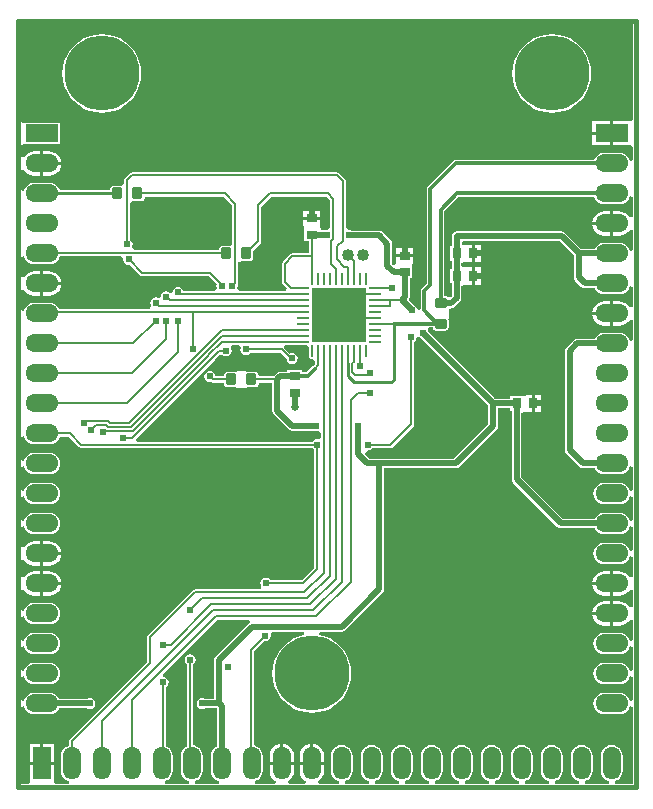
<source format=gtl>
G04 Layer_Physical_Order=1*
G04 Layer_Color=255*
%FSLAX25Y25*%
%MOIN*%
G70*
G01*
G75*
G04:AMPARAMS|DCode=10|XSize=39.37mil|YSize=35.43mil|CornerRadius=4.43mil|HoleSize=0mil|Usage=FLASHONLY|Rotation=180.000|XOffset=0mil|YOffset=0mil|HoleType=Round|Shape=RoundedRectangle|*
%AMROUNDEDRECTD10*
21,1,0.03937,0.02658,0,0,180.0*
21,1,0.03051,0.03543,0,0,180.0*
1,1,0.00886,-0.01526,0.01329*
1,1,0.00886,0.01526,0.01329*
1,1,0.00886,0.01526,-0.01329*
1,1,0.00886,-0.01526,-0.01329*
%
%ADD10ROUNDEDRECTD10*%
%ADD11R,0.02953X0.03740*%
%ADD12R,0.03740X0.02953*%
G04:AMPARAMS|DCode=13|XSize=39.37mil|YSize=35.43mil|CornerRadius=4.43mil|HoleSize=0mil|Usage=FLASHONLY|Rotation=270.000|XOffset=0mil|YOffset=0mil|HoleType=Round|Shape=RoundedRectangle|*
%AMROUNDEDRECTD13*
21,1,0.03937,0.02658,0,0,270.0*
21,1,0.03051,0.03543,0,0,270.0*
1,1,0.00886,-0.01329,-0.01526*
1,1,0.00886,-0.01329,0.01526*
1,1,0.00886,0.01329,0.01526*
1,1,0.00886,0.01329,-0.01526*
%
%ADD13ROUNDEDRECTD13*%
%ADD14O,0.04331X0.00984*%
%ADD15O,0.00984X0.04331*%
%ADD16R,0.18189X0.18189*%
%ADD17C,0.00800*%
%ADD18C,0.02000*%
%ADD19C,0.01200*%
%ADD20C,0.01000*%
%ADD21C,0.01500*%
%ADD22C,0.25000*%
%ADD23O,0.11000X0.06000*%
%ADD24R,0.11000X0.06000*%
%ADD25O,0.06000X0.11000*%
%ADD26R,0.06000X0.11000*%
%ADD27C,0.02400*%
%ADD28C,0.02600*%
%ADD29C,0.01969*%
%ADD30C,0.04000*%
G36*
X285369Y277324D02*
Y270000D01*
X285493Y269376D01*
X285846Y268847D01*
X287846Y266846D01*
X288376Y266493D01*
X289000Y266369D01*
X292279D01*
X292355Y266184D01*
X292933Y265433D01*
X293685Y264855D01*
X294560Y264493D01*
X295500Y264369D01*
X300500D01*
X301440Y264493D01*
X302315Y264855D01*
X303067Y265433D01*
X303645Y266184D01*
X304007Y267060D01*
X304980Y266898D01*
Y260249D01*
X304038Y260028D01*
X303980Y260035D01*
X303353Y260853D01*
X302517Y261494D01*
X301544Y261897D01*
X300500Y262035D01*
X298500D01*
Y258000D01*
Y253965D01*
X300500D01*
X301544Y254103D01*
X302517Y254506D01*
X303353Y255147D01*
X303980Y255965D01*
X304038Y255973D01*
X304980Y255751D01*
Y249102D01*
X304007Y248940D01*
X303645Y249816D01*
X303067Y250568D01*
X302315Y251145D01*
X301440Y251507D01*
X300500Y251631D01*
X295500D01*
X294560Y251507D01*
X293685Y251145D01*
X292933Y250568D01*
X292355Y249816D01*
X292279Y249631D01*
X286500D01*
X285876Y249507D01*
X285347Y249153D01*
X282846Y246654D01*
X282493Y246124D01*
X282369Y245500D01*
Y212500D01*
X282493Y211876D01*
X282846Y211347D01*
X287347Y206846D01*
X287876Y206493D01*
X288500Y206369D01*
X292279D01*
X292355Y206185D01*
X292933Y205433D01*
X293685Y204855D01*
X294560Y204493D01*
X295500Y204369D01*
X300500D01*
X301440Y204493D01*
X302315Y204855D01*
X303067Y205433D01*
X303645Y206185D01*
X304007Y207060D01*
X304980Y206898D01*
Y199102D01*
X304007Y198940D01*
X303645Y199815D01*
X303067Y200568D01*
X302315Y201145D01*
X301440Y201507D01*
X300500Y201631D01*
X295500D01*
X294560Y201507D01*
X293685Y201145D01*
X292933Y200568D01*
X292355Y199815D01*
X291993Y198940D01*
X291869Y198000D01*
X291993Y197060D01*
X292355Y196185D01*
X292933Y195432D01*
X293685Y194855D01*
X294560Y194493D01*
X295500Y194369D01*
X300500D01*
X301440Y194493D01*
X302315Y194855D01*
X303067Y195432D01*
X303645Y196185D01*
X304007Y197060D01*
X304980Y196898D01*
Y189102D01*
X304007Y188940D01*
X303645Y189815D01*
X303067Y190568D01*
X302315Y191145D01*
X301440Y191507D01*
X300500Y191631D01*
X295500D01*
X294560Y191507D01*
X293685Y191145D01*
X292933Y190568D01*
X292355Y189815D01*
X292279Y189631D01*
X281676D01*
X267875Y203432D01*
Y224697D01*
X267896Y224736D01*
X268313Y225049D01*
X269280Y225130D01*
Y225130D01*
X271256D01*
Y228000D01*
Y230870D01*
X269280D01*
Y230569D01*
X268320Y230470D01*
X268280Y230470D01*
X264168D01*
Y229631D01*
X259176D01*
X236718Y252089D01*
X236696Y252202D01*
X236609Y252332D01*
X237144Y253332D01*
X238411D01*
Y253325D01*
X238492Y252918D01*
X238722Y252573D01*
X239068Y252342D01*
X239474Y252261D01*
X242526D01*
X242933Y252342D01*
X243278Y252573D01*
X243508Y252918D01*
X243589Y253325D01*
Y255982D01*
X243543Y256212D01*
X243756Y256425D01*
Y259575D01*
X244671Y259780D01*
X244971Y259839D01*
X245500Y260193D01*
X247398Y262090D01*
X247751Y262620D01*
X247875Y263244D01*
Y267197D01*
X247896Y267236D01*
X248313Y267549D01*
X249279Y267630D01*
Y267630D01*
X251256D01*
Y270500D01*
Y273370D01*
X249279D01*
Y273370D01*
X248313Y273451D01*
X247896Y273764D01*
X247875Y273803D01*
Y274697D01*
X247896Y274736D01*
X248313Y275049D01*
X249279Y275130D01*
Y275130D01*
X251256D01*
Y278000D01*
Y280870D01*
X249279D01*
Y280870D01*
X248313Y280951D01*
X248097Y281113D01*
X248281Y281991D01*
X248345Y282113D01*
X280580D01*
X285369Y277324D01*
D02*
G37*
G36*
X192940Y247621D02*
X193366Y247536D01*
X196128D01*
X196813Y247274D01*
X197075Y246589D01*
Y243827D01*
X197160Y243401D01*
X197402Y243039D01*
X197763Y242798D01*
X198189Y242713D01*
X199052Y242097D01*
X199138Y241960D01*
Y241080D01*
X198727Y240669D01*
X198532Y240630D01*
X198135Y240365D01*
X196096Y238326D01*
X194698D01*
Y239179D01*
X189758D01*
Y238631D01*
X187500D01*
X186876Y238507D01*
X186346Y238154D01*
X185346Y237154D01*
X185257Y237020D01*
X180238D01*
Y237526D01*
X180158Y237932D01*
X179927Y238278D01*
X179582Y238508D01*
X179175Y238589D01*
X176518D01*
X176288Y238543D01*
X176075Y238756D01*
X172925D01*
X172712Y238543D01*
X172482Y238589D01*
X169825D01*
X169418Y238508D01*
X169073Y238278D01*
X168842Y237932D01*
X168762Y237526D01*
Y237020D01*
X165831D01*
X165696Y237702D01*
X165298Y238298D01*
X164702Y238696D01*
X164000Y238835D01*
X163298Y238696D01*
X162702Y238298D01*
X162304Y237702D01*
X162165Y237000D01*
X162304Y236298D01*
X162702Y235702D01*
X163298Y235304D01*
X164000Y235165D01*
X164347Y235234D01*
X164610Y235058D01*
X165000Y234980D01*
X168762D01*
Y234474D01*
X168842Y234068D01*
X169073Y233722D01*
X169418Y233492D01*
X169825Y233411D01*
X172482D01*
X172712Y233457D01*
X172925Y233244D01*
X176075D01*
X176288Y233457D01*
X176518Y233411D01*
X179175D01*
X179582Y233492D01*
X179927Y233722D01*
X180158Y234068D01*
X180238Y234474D01*
Y234980D01*
X184869D01*
Y225500D01*
X184993Y224876D01*
X185346Y224346D01*
X190347Y219346D01*
X190876Y218993D01*
X191500Y218869D01*
X198702D01*
X198798Y218804D01*
X199500Y218665D01*
X200106Y218785D01*
X200275Y218757D01*
X201106Y218206D01*
Y216728D01*
X200907Y216520D01*
X200106Y216054D01*
X199700Y216135D01*
X198998Y215996D01*
X198402Y215598D01*
X198216Y215320D01*
X139727D01*
X139312Y216320D01*
X165621Y242628D01*
X165842Y242959D01*
X165842Y242961D01*
X167122Y244241D01*
X168202Y244202D01*
X168798Y243804D01*
X169500Y243665D01*
X170202Y243804D01*
X170798Y244202D01*
X171196Y244798D01*
X171335Y245500D01*
X171196Y246202D01*
X170910Y246630D01*
X171099Y247250D01*
X171352Y247630D01*
X173722D01*
X174284Y246735D01*
X174290Y246630D01*
X174165Y246000D01*
X174304Y245298D01*
X174702Y244702D01*
X175298Y244304D01*
X176000Y244165D01*
X176702Y244304D01*
X177298Y244702D01*
X177484Y244980D01*
X187483D01*
X189715Y242749D01*
X189804Y242298D01*
X190202Y241702D01*
X190798Y241304D01*
X191500Y241165D01*
X192202Y241304D01*
X192798Y241702D01*
X193196Y242298D01*
X193335Y243000D01*
X193196Y243702D01*
X192798Y244298D01*
X192202Y244696D01*
X191500Y244835D01*
X190798Y244696D01*
X190710Y244637D01*
X188717Y246630D01*
X188766Y247010D01*
X189066Y247630D01*
X192926D01*
X192940Y247621D01*
D02*
G37*
G36*
X204180Y295878D02*
Y286487D01*
X203180Y285799D01*
X203000Y285835D01*
X202979Y285831D01*
X202756Y285875D01*
X201303D01*
X201264Y285896D01*
X200951Y286313D01*
X200870Y287280D01*
X200870D01*
Y289256D01*
X198000D01*
X195130D01*
Y287280D01*
X195431D01*
X195530Y286320D01*
X195530Y286280D01*
Y282168D01*
X197169D01*
Y278020D01*
X191500D01*
X191110Y277942D01*
X190779Y277721D01*
X188279Y275221D01*
X188058Y274890D01*
X187980Y274500D01*
Y268500D01*
X188058Y268110D01*
X188279Y267779D01*
X189641Y266417D01*
X189227Y265417D01*
X173810D01*
X173294Y266157D01*
X173219Y266417D01*
X173335Y267000D01*
X173266Y267347D01*
X173442Y267610D01*
X173520Y268000D01*
Y275244D01*
X174228D01*
X174441Y275457D01*
X174671Y275411D01*
X177329D01*
X177736Y275492D01*
X178081Y275723D01*
X178311Y276067D01*
X178392Y276474D01*
Y278950D01*
X180721Y281279D01*
X180942Y281610D01*
X181020Y282000D01*
Y293578D01*
X184422Y296980D01*
X203078D01*
X204180Y295878D01*
D02*
G37*
G36*
X135201Y276180D02*
X135165Y276000D01*
X135304Y275298D01*
X135702Y274702D01*
X136298Y274304D01*
X137000Y274165D01*
X137328Y274230D01*
X140779Y270779D01*
X141110Y270558D01*
X141500Y270480D01*
X163578D01*
X166325Y267733D01*
X166304Y267702D01*
X166165Y267000D01*
X166281Y266417D01*
X166206Y266157D01*
X165690Y265417D01*
X155252D01*
X155196Y265702D01*
X154798Y266298D01*
X154202Y266696D01*
X153500Y266835D01*
X152798Y266696D01*
X152202Y266298D01*
X151804Y265702D01*
X151711Y265231D01*
X151059Y264922D01*
X151027Y264912D01*
X150696Y264866D01*
X150202Y265196D01*
X149500Y265335D01*
X148798Y265196D01*
X148202Y264798D01*
X147804Y264202D01*
X147710Y263725D01*
X147066Y263308D01*
X146706Y263193D01*
X146702Y263196D01*
X146000Y263335D01*
X145298Y263196D01*
X144702Y262798D01*
X144304Y262202D01*
X144165Y261500D01*
X144304Y260798D01*
X144495Y260512D01*
X144089Y259551D01*
X144053Y259512D01*
X113770D01*
X113645Y259816D01*
X113068Y260567D01*
X112315Y261145D01*
X111440Y261507D01*
X110500Y261631D01*
X105500D01*
X104560Y261507D01*
X103684Y261145D01*
X102932Y260567D01*
X102355Y259816D01*
X101993Y258940D01*
X101020Y259102D01*
Y265751D01*
X101962Y265972D01*
X102020Y265965D01*
X102647Y265147D01*
X103483Y264506D01*
X104456Y264103D01*
X105500Y263966D01*
X107500D01*
Y268000D01*
Y272035D01*
X105500D01*
X104456Y271897D01*
X103483Y271494D01*
X102647Y270853D01*
X102020Y270035D01*
X101962Y270027D01*
X101020Y270249D01*
Y276898D01*
X101993Y277060D01*
X102355Y276185D01*
X102932Y275432D01*
X103684Y274855D01*
X104560Y274493D01*
X105500Y274369D01*
X110500D01*
X111440Y274493D01*
X112315Y274855D01*
X113068Y275432D01*
X113645Y276185D01*
X114007Y277060D01*
X114023Y277180D01*
X134513D01*
X135201Y276180D01*
D02*
G37*
G36*
X264168Y225530D02*
X264613D01*
Y202756D01*
X264737Y202132D01*
X265090Y201602D01*
X279847Y186846D01*
X280376Y186493D01*
X281000Y186369D01*
X292279D01*
X292355Y186185D01*
X292933Y185432D01*
X293685Y184855D01*
X294560Y184493D01*
X295500Y184369D01*
X300500D01*
X301440Y184493D01*
X302315Y184855D01*
X303067Y185432D01*
X303645Y186185D01*
X304007Y187060D01*
X304980Y186898D01*
Y179102D01*
X304007Y178940D01*
X303645Y179815D01*
X303067Y180568D01*
X302315Y181145D01*
X301440Y181507D01*
X300500Y181631D01*
X295500D01*
X294560Y181507D01*
X293685Y181145D01*
X292933Y180568D01*
X292355Y179815D01*
X291993Y178940D01*
X291869Y178000D01*
X291993Y177060D01*
X292355Y176184D01*
X292933Y175432D01*
X293685Y174855D01*
X294560Y174493D01*
X295500Y174369D01*
X300500D01*
X301440Y174493D01*
X302315Y174855D01*
X303067Y175432D01*
X303645Y176184D01*
X304007Y177060D01*
X304980Y176898D01*
Y170249D01*
X304038Y170027D01*
X303980Y170035D01*
X303353Y170853D01*
X302517Y171494D01*
X301544Y171897D01*
X300500Y172035D01*
X298500D01*
Y168000D01*
Y163965D01*
X300500D01*
X301544Y164103D01*
X302517Y164506D01*
X303353Y165147D01*
X303980Y165965D01*
X304038Y165972D01*
X304980Y165751D01*
Y160249D01*
X304038Y160028D01*
X303980Y160035D01*
X303353Y160853D01*
X302517Y161494D01*
X301544Y161897D01*
X300500Y162034D01*
X298500D01*
Y158000D01*
Y153965D01*
X300500D01*
X301544Y154103D01*
X302517Y154506D01*
X303353Y155147D01*
X303980Y155965D01*
X304038Y155973D01*
X304980Y155751D01*
Y149102D01*
X304007Y148940D01*
X303645Y149815D01*
X303067Y150568D01*
X302315Y151145D01*
X301440Y151507D01*
X300500Y151631D01*
X295500D01*
X294560Y151507D01*
X293685Y151145D01*
X292933Y150568D01*
X292355Y149815D01*
X291993Y148940D01*
X291869Y148000D01*
X291993Y147060D01*
X292355Y146185D01*
X292933Y145432D01*
X293685Y144855D01*
X294560Y144493D01*
X295500Y144369D01*
X300500D01*
X301440Y144493D01*
X302315Y144855D01*
X303067Y145432D01*
X303645Y146185D01*
X304007Y147060D01*
X304980Y146898D01*
Y139102D01*
X304007Y138940D01*
X303645Y139815D01*
X303067Y140568D01*
X302315Y141145D01*
X301440Y141507D01*
X300500Y141631D01*
X295500D01*
X294560Y141507D01*
X293685Y141145D01*
X292933Y140568D01*
X292355Y139815D01*
X291993Y138940D01*
X291869Y138000D01*
X291993Y137060D01*
X292355Y136185D01*
X292933Y135432D01*
X293685Y134855D01*
X294560Y134493D01*
X295500Y134369D01*
X300500D01*
X301440Y134493D01*
X302315Y134855D01*
X303067Y135432D01*
X303645Y136185D01*
X304007Y137060D01*
X304980Y136898D01*
Y129102D01*
X304007Y128940D01*
X303645Y129815D01*
X303067Y130568D01*
X302315Y131145D01*
X301440Y131507D01*
X300500Y131631D01*
X295500D01*
X294560Y131507D01*
X293685Y131145D01*
X292933Y130568D01*
X292355Y129815D01*
X291993Y128940D01*
X291869Y128000D01*
X291993Y127060D01*
X292355Y126184D01*
X292933Y125432D01*
X293685Y124855D01*
X294560Y124493D01*
X295500Y124369D01*
X300500D01*
X301440Y124493D01*
X302315Y124855D01*
X303067Y125432D01*
X303645Y126184D01*
X304007Y127060D01*
X304980Y126898D01*
Y101020D01*
X299102D01*
X298940Y101993D01*
X299816Y102355D01*
X300568Y102932D01*
X301145Y103684D01*
X301507Y104560D01*
X301631Y105500D01*
Y110500D01*
X301507Y111440D01*
X301145Y112315D01*
X300568Y113068D01*
X299816Y113645D01*
X298940Y114007D01*
X298000Y114131D01*
X297060Y114007D01*
X296184Y113645D01*
X295432Y113068D01*
X294855Y112315D01*
X294493Y111440D01*
X294369Y110500D01*
Y105500D01*
X294493Y104560D01*
X294855Y103684D01*
X295432Y102932D01*
X296184Y102355D01*
X297060Y101993D01*
X296898Y101020D01*
X289102D01*
X288940Y101993D01*
X289815Y102355D01*
X290567Y102932D01*
X291145Y103684D01*
X291507Y104560D01*
X291631Y105500D01*
Y110500D01*
X291507Y111440D01*
X291145Y112315D01*
X290567Y113068D01*
X289815Y113645D01*
X288940Y114007D01*
X288000Y114131D01*
X287060Y114007D01*
X286185Y113645D01*
X285433Y113068D01*
X284855Y112315D01*
X284493Y111440D01*
X284369Y110500D01*
Y105500D01*
X284493Y104560D01*
X284855Y103684D01*
X285433Y102932D01*
X286185Y102355D01*
X287060Y101993D01*
X286898Y101020D01*
X279102D01*
X278940Y101993D01*
X279816Y102355D01*
X280568Y102932D01*
X281145Y103684D01*
X281507Y104560D01*
X281631Y105500D01*
Y110500D01*
X281507Y111440D01*
X281145Y112315D01*
X280568Y113068D01*
X279816Y113645D01*
X278940Y114007D01*
X278000Y114131D01*
X277060Y114007D01*
X276185Y113645D01*
X275432Y113068D01*
X274855Y112315D01*
X274493Y111440D01*
X274369Y110500D01*
Y105500D01*
X274493Y104560D01*
X274855Y103684D01*
X275432Y102932D01*
X276185Y102355D01*
X277060Y101993D01*
X276898Y101020D01*
X269102D01*
X268940Y101993D01*
X269815Y102355D01*
X270567Y102932D01*
X271145Y103684D01*
X271507Y104560D01*
X271631Y105500D01*
Y110500D01*
X271507Y111440D01*
X271145Y112315D01*
X270567Y113068D01*
X269815Y113645D01*
X268940Y114007D01*
X268000Y114131D01*
X267060Y114007D01*
X266184Y113645D01*
X265433Y113068D01*
X264855Y112315D01*
X264493Y111440D01*
X264369Y110500D01*
Y105500D01*
X264493Y104560D01*
X264855Y103684D01*
X265433Y102932D01*
X266184Y102355D01*
X267060Y101993D01*
X266898Y101020D01*
X259102D01*
X258940Y101993D01*
X259816Y102355D01*
X260567Y102932D01*
X261145Y103684D01*
X261507Y104560D01*
X261631Y105500D01*
Y110500D01*
X261507Y111440D01*
X261145Y112315D01*
X260567Y113068D01*
X259816Y113645D01*
X258940Y114007D01*
X258000Y114131D01*
X257060Y114007D01*
X256185Y113645D01*
X255433Y113068D01*
X254855Y112315D01*
X254493Y111440D01*
X254369Y110500D01*
Y105500D01*
X254493Y104560D01*
X254855Y103684D01*
X255433Y102932D01*
X256185Y102355D01*
X257060Y101993D01*
X256898Y101020D01*
X249102D01*
X248940Y101993D01*
X249816Y102355D01*
X250568Y102932D01*
X251145Y103684D01*
X251507Y104560D01*
X251631Y105500D01*
Y110500D01*
X251507Y111440D01*
X251145Y112315D01*
X250568Y113068D01*
X249816Y113645D01*
X248940Y114007D01*
X248000Y114131D01*
X247060Y114007D01*
X246184Y113645D01*
X245432Y113068D01*
X244855Y112315D01*
X244493Y111440D01*
X244369Y110500D01*
Y105500D01*
X244493Y104560D01*
X244855Y103684D01*
X245432Y102932D01*
X246184Y102355D01*
X247060Y101993D01*
X246898Y101020D01*
X239102D01*
X238940Y101993D01*
X239815Y102355D01*
X240567Y102932D01*
X241145Y103684D01*
X241507Y104560D01*
X241631Y105500D01*
Y110500D01*
X241507Y111440D01*
X241145Y112315D01*
X240567Y113068D01*
X239815Y113645D01*
X238940Y114007D01*
X238000Y114131D01*
X237060Y114007D01*
X236185Y113645D01*
X235433Y113068D01*
X234855Y112315D01*
X234493Y111440D01*
X234369Y110500D01*
Y105500D01*
X234493Y104560D01*
X234855Y103684D01*
X235433Y102932D01*
X236185Y102355D01*
X237060Y101993D01*
X236898Y101020D01*
X229102D01*
X228940Y101993D01*
X229816Y102355D01*
X230568Y102932D01*
X231145Y103684D01*
X231507Y104560D01*
X231631Y105500D01*
Y110500D01*
X231507Y111440D01*
X231145Y112315D01*
X230568Y113068D01*
X229816Y113645D01*
X228940Y114007D01*
X228000Y114131D01*
X227060Y114007D01*
X226185Y113645D01*
X225432Y113068D01*
X224855Y112315D01*
X224493Y111440D01*
X224369Y110500D01*
Y105500D01*
X224493Y104560D01*
X224855Y103684D01*
X225432Y102932D01*
X226185Y102355D01*
X227060Y101993D01*
X226898Y101020D01*
X219102D01*
X218940Y101993D01*
X219815Y102355D01*
X220567Y102932D01*
X221145Y103684D01*
X221507Y104560D01*
X221631Y105500D01*
Y110500D01*
X221507Y111440D01*
X221145Y112315D01*
X220567Y113068D01*
X219815Y113645D01*
X218940Y114007D01*
X218000Y114131D01*
X217060Y114007D01*
X216184Y113645D01*
X215433Y113068D01*
X214855Y112315D01*
X214493Y111440D01*
X214369Y110500D01*
Y105500D01*
X214493Y104560D01*
X214855Y103684D01*
X215433Y102932D01*
X216184Y102355D01*
X217060Y101993D01*
X216898Y101020D01*
X209102D01*
X208940Y101993D01*
X209816Y102355D01*
X210567Y102932D01*
X211145Y103684D01*
X211507Y104560D01*
X211631Y105500D01*
Y110500D01*
X211507Y111440D01*
X211145Y112315D01*
X210567Y113068D01*
X209816Y113645D01*
X208940Y114007D01*
X208000Y114131D01*
X207060Y114007D01*
X206185Y113645D01*
X205433Y113068D01*
X204855Y112315D01*
X204493Y111440D01*
X204369Y110500D01*
Y105500D01*
X204493Y104560D01*
X204855Y103684D01*
X205433Y102932D01*
X206185Y102355D01*
X207060Y101993D01*
X206898Y101020D01*
X200249D01*
X200027Y101962D01*
X200035Y102020D01*
X200853Y102647D01*
X201494Y103483D01*
X201897Y104456D01*
X202034Y105500D01*
Y107500D01*
X198000D01*
Y108000D01*
D01*
Y107500D01*
X193965D01*
Y105500D01*
X194103Y104456D01*
X194506Y103483D01*
X195147Y102647D01*
X195965Y102020D01*
X195973Y101962D01*
X195751Y101020D01*
X190249D01*
X190027Y101962D01*
X190035Y102020D01*
X190853Y102647D01*
X191494Y103483D01*
X191897Y104456D01*
X192034Y105500D01*
Y107500D01*
X188000D01*
X183966D01*
Y105500D01*
X184103Y104456D01*
X184506Y103483D01*
X185147Y102647D01*
X185965Y102020D01*
X185972Y101962D01*
X185751Y101020D01*
X179102D01*
X178940Y101993D01*
X179815Y102355D01*
X180568Y102932D01*
X181145Y103684D01*
X181507Y104560D01*
X181631Y105500D01*
Y110500D01*
X181507Y111440D01*
X181145Y112315D01*
X180568Y113068D01*
X179815Y113645D01*
X178940Y114007D01*
X178820Y114023D01*
Y145378D01*
X182172Y148730D01*
X182500Y148665D01*
X183202Y148804D01*
X183798Y149202D01*
X184196Y149798D01*
X184335Y150500D01*
X184262Y150869D01*
X184759Y151698D01*
X184953Y151869D01*
X195368D01*
X195486Y150869D01*
X193939Y150497D01*
X192034Y149708D01*
X190276Y148631D01*
X188708Y147292D01*
X187369Y145724D01*
X186292Y143966D01*
X185503Y142061D01*
X185021Y140056D01*
X184860Y138000D01*
X185021Y135944D01*
X185503Y133939D01*
X186292Y132034D01*
X187369Y130276D01*
X188708Y128708D01*
X190276Y127369D01*
X192034Y126292D01*
X193939Y125503D01*
X195944Y125021D01*
X198000Y124859D01*
X200056Y125021D01*
X202061Y125503D01*
X203966Y126292D01*
X205724Y127369D01*
X207292Y128708D01*
X208631Y130276D01*
X209708Y132034D01*
X210497Y133939D01*
X210979Y135944D01*
X211140Y138000D01*
X210979Y140056D01*
X210497Y142061D01*
X209708Y143966D01*
X208631Y145724D01*
X207292Y147292D01*
X205724Y148631D01*
X203966Y149708D01*
X202061Y150497D01*
X200514Y150869D01*
X200633Y151869D01*
X208000D01*
X208624Y151993D01*
X209154Y152347D01*
X221654Y164847D01*
X222007Y165376D01*
X222131Y166000D01*
Y206369D01*
X246000D01*
X246624Y206493D01*
X247153Y206846D01*
X259653Y219346D01*
X260007Y219876D01*
X260131Y220500D01*
Y226369D01*
X264168D01*
Y225530D01*
D02*
G37*
G36*
X177350Y155055D02*
X177336Y154980D01*
X176847Y154654D01*
X165847Y143654D01*
X165493Y143124D01*
X165369Y142500D01*
Y129631D01*
X162298D01*
X162202Y129696D01*
X161500Y129835D01*
X160798Y129696D01*
X160202Y129298D01*
X159804Y128702D01*
X159665Y128000D01*
X159804Y127298D01*
X160202Y126702D01*
X160798Y126304D01*
X161500Y126165D01*
X162202Y126304D01*
X162298Y126369D01*
X166324D01*
X166369Y126324D01*
Y113721D01*
X166184Y113645D01*
X165432Y113068D01*
X164855Y112315D01*
X164493Y111440D01*
X164369Y110500D01*
Y105500D01*
X164493Y104560D01*
X164855Y103684D01*
X165432Y102932D01*
X166184Y102355D01*
X167060Y101993D01*
X166898Y101020D01*
X159102D01*
X158940Y101993D01*
X159816Y102355D01*
X160568Y102932D01*
X161145Y103684D01*
X161507Y104560D01*
X161631Y105500D01*
Y110500D01*
X161507Y111440D01*
X161145Y112315D01*
X160568Y113068D01*
X159816Y113645D01*
X158940Y114007D01*
X158520Y114063D01*
Y141016D01*
X158798Y141202D01*
X159196Y141798D01*
X159335Y142500D01*
X159196Y143202D01*
X158798Y143798D01*
X158202Y144196D01*
X157500Y144335D01*
X156798Y144196D01*
X156202Y143798D01*
X155804Y143202D01*
X155665Y142500D01*
X155804Y141798D01*
X156202Y141202D01*
X156480Y141016D01*
Y113767D01*
X156184Y113645D01*
X155432Y113068D01*
X154855Y112315D01*
X154493Y111440D01*
X154369Y110500D01*
Y105500D01*
X154493Y104560D01*
X154855Y103684D01*
X155432Y102932D01*
X156184Y102355D01*
X157060Y101993D01*
X156898Y101020D01*
X149102D01*
X148940Y101993D01*
X149815Y102355D01*
X150568Y102932D01*
X151145Y103684D01*
X151507Y104560D01*
X151631Y105500D01*
Y110500D01*
X151507Y111440D01*
X151145Y112315D01*
X150568Y113068D01*
X149815Y113645D01*
X149520Y113767D01*
Y133516D01*
X149798Y133702D01*
X150196Y134298D01*
X150335Y135000D01*
X150196Y135702D01*
X149798Y136298D01*
X149202Y136696D01*
X148660Y136803D01*
X148377Y137304D01*
X148246Y137804D01*
X166422Y155980D01*
X177088D01*
X177350Y155055D01*
D02*
G37*
G36*
X234298Y249804D02*
X234411Y249782D01*
X256869Y227324D01*
Y221176D01*
X245324Y209631D01*
X217176D01*
X215729Y211078D01*
X215757Y211617D01*
X216700Y212365D01*
X217402Y212504D01*
X217998Y212902D01*
X218184Y213180D01*
X224200D01*
X224590Y213258D01*
X224921Y213479D01*
X231721Y220279D01*
X231942Y220610D01*
X232020Y221000D01*
Y248516D01*
X232298Y248702D01*
X232696Y249298D01*
X232789Y249769D01*
X233441Y250078D01*
X233473Y250088D01*
X233804Y250134D01*
X234298Y249804D01*
D02*
G37*
G36*
X102355Y216184D02*
X102932Y215433D01*
X103684Y214855D01*
X104560Y214493D01*
X105500Y214369D01*
X110500D01*
X111440Y214493D01*
X112315Y214855D01*
X113068Y215433D01*
X113645Y216184D01*
X113974Y216980D01*
X117078D01*
X120479Y213579D01*
X120810Y213358D01*
X121200Y213280D01*
X198216D01*
X198402Y213002D01*
X198680Y212816D01*
Y173122D01*
X194713Y169155D01*
X184084D01*
X183898Y169433D01*
X183303Y169831D01*
X182601Y169971D01*
X181898Y169831D01*
X181303Y169433D01*
X180905Y168838D01*
X180765Y168135D01*
X180905Y167433D01*
X181181Y167020D01*
X180971Y166357D01*
X180738Y166020D01*
X159000D01*
X158610Y165942D01*
X158279Y165721D01*
X143279Y150721D01*
X143058Y150390D01*
X142980Y150000D01*
Y141922D01*
X117279Y116221D01*
X117058Y115890D01*
X116980Y115500D01*
Y113974D01*
X116184Y113645D01*
X115432Y113068D01*
X114855Y112315D01*
X114493Y111440D01*
X114369Y110500D01*
Y105500D01*
X114493Y104560D01*
X114855Y103684D01*
X115432Y102932D01*
X116184Y102355D01*
X117060Y101993D01*
X116898Y101020D01*
X112801D01*
X112000Y101500D01*
X112000Y102020D01*
Y107500D01*
X108000D01*
X104000D01*
Y102020D01*
X104000Y101500D01*
X103199Y101020D01*
X101020D01*
Y126898D01*
X101993Y127060D01*
X102355Y126184D01*
X102932Y125432D01*
X103684Y124855D01*
X104560Y124493D01*
X105500Y124369D01*
X110500D01*
X111440Y124493D01*
X112315Y124855D01*
X113068Y125432D01*
X113645Y126184D01*
X113721Y126369D01*
X123202D01*
X123298Y126304D01*
X124000Y126165D01*
X124702Y126304D01*
X125298Y126702D01*
X125696Y127298D01*
X125835Y128000D01*
X125696Y128702D01*
X125298Y129298D01*
X124702Y129696D01*
X124000Y129835D01*
X123298Y129696D01*
X123202Y129631D01*
X113721D01*
X113645Y129815D01*
X113068Y130568D01*
X112315Y131145D01*
X111440Y131507D01*
X110500Y131631D01*
X105500D01*
X104560Y131507D01*
X103684Y131145D01*
X102932Y130568D01*
X102355Y129815D01*
X101993Y128940D01*
X101020Y129102D01*
Y136898D01*
X101993Y137060D01*
X102355Y136185D01*
X102932Y135432D01*
X103684Y134855D01*
X104560Y134493D01*
X105500Y134369D01*
X110500D01*
X111440Y134493D01*
X112315Y134855D01*
X113068Y135432D01*
X113645Y136185D01*
X114007Y137060D01*
X114131Y138000D01*
X114007Y138940D01*
X113645Y139815D01*
X113068Y140568D01*
X112315Y141145D01*
X111440Y141507D01*
X110500Y141631D01*
X105500D01*
X104560Y141507D01*
X103684Y141145D01*
X102932Y140568D01*
X102355Y139815D01*
X101993Y138940D01*
X101020Y139102D01*
Y146898D01*
X101993Y147060D01*
X102355Y146185D01*
X102932Y145432D01*
X103684Y144855D01*
X104560Y144493D01*
X105500Y144369D01*
X110500D01*
X111440Y144493D01*
X112315Y144855D01*
X113068Y145432D01*
X113645Y146185D01*
X114007Y147060D01*
X114131Y148000D01*
X114007Y148940D01*
X113645Y149815D01*
X113068Y150568D01*
X112315Y151145D01*
X111440Y151507D01*
X110500Y151631D01*
X105500D01*
X104560Y151507D01*
X103684Y151145D01*
X102932Y150568D01*
X102355Y149815D01*
X101993Y148940D01*
X101020Y149102D01*
Y156898D01*
X101993Y157060D01*
X102355Y156184D01*
X102932Y155432D01*
X103684Y154855D01*
X104560Y154493D01*
X105500Y154369D01*
X110500D01*
X111440Y154493D01*
X112315Y154855D01*
X113068Y155432D01*
X113645Y156184D01*
X114007Y157060D01*
X114131Y158000D01*
X114007Y158940D01*
X113645Y159816D01*
X113068Y160568D01*
X112315Y161145D01*
X111440Y161507D01*
X110500Y161631D01*
X105500D01*
X104560Y161507D01*
X103684Y161145D01*
X102932Y160568D01*
X102355Y159816D01*
X101993Y158940D01*
X101020Y159102D01*
Y165751D01*
X101962Y165972D01*
X102020Y165965D01*
X102647Y165147D01*
X103483Y164506D01*
X104456Y164103D01*
X105500Y163965D01*
X107500D01*
Y168000D01*
Y172035D01*
X105500D01*
X104456Y171897D01*
X103483Y171494D01*
X102647Y170853D01*
X102020Y170035D01*
X101962Y170027D01*
X101020Y170249D01*
Y175751D01*
X101962Y175972D01*
X102020Y175965D01*
X102647Y175147D01*
X103483Y174506D01*
X104456Y174103D01*
X105500Y173966D01*
X107500D01*
Y178000D01*
Y182035D01*
X105500D01*
X104456Y181897D01*
X103483Y181494D01*
X102647Y180853D01*
X102020Y180035D01*
X101962Y180027D01*
X101020Y180249D01*
Y186898D01*
X101993Y187060D01*
X102355Y186185D01*
X102932Y185432D01*
X103684Y184855D01*
X104560Y184493D01*
X105500Y184369D01*
X110500D01*
X111440Y184493D01*
X112315Y184855D01*
X113068Y185432D01*
X113645Y186185D01*
X114007Y187060D01*
X114131Y188000D01*
X114007Y188940D01*
X113645Y189815D01*
X113068Y190568D01*
X112315Y191145D01*
X111440Y191507D01*
X110500Y191631D01*
X105500D01*
X104560Y191507D01*
X103684Y191145D01*
X102932Y190568D01*
X102355Y189815D01*
X101993Y188940D01*
X101020Y189102D01*
Y196898D01*
X101993Y197060D01*
X102355Y196185D01*
X102932Y195432D01*
X103684Y194855D01*
X104560Y194493D01*
X105500Y194369D01*
X110500D01*
X111440Y194493D01*
X112315Y194855D01*
X113068Y195432D01*
X113645Y196185D01*
X114007Y197060D01*
X114131Y198000D01*
X114007Y198940D01*
X113645Y199815D01*
X113068Y200568D01*
X112315Y201145D01*
X111440Y201507D01*
X110500Y201631D01*
X105500D01*
X104560Y201507D01*
X103684Y201145D01*
X102932Y200568D01*
X102355Y199815D01*
X101993Y198940D01*
X101020Y199102D01*
Y206898D01*
X101993Y207060D01*
X102355Y206185D01*
X102932Y205433D01*
X103684Y204855D01*
X104560Y204493D01*
X105500Y204369D01*
X110500D01*
X111440Y204493D01*
X112315Y204855D01*
X113068Y205433D01*
X113645Y206185D01*
X114007Y207060D01*
X114131Y208000D01*
X114007Y208940D01*
X113645Y209816D01*
X113068Y210567D01*
X112315Y211145D01*
X111440Y211507D01*
X110500Y211631D01*
X105500D01*
X104560Y211507D01*
X103684Y211145D01*
X102932Y210567D01*
X102355Y209816D01*
X101993Y208940D01*
X101020Y209102D01*
Y216898D01*
X101993Y217060D01*
X102355Y216184D01*
D02*
G37*
G36*
X304980Y296898D02*
Y290249D01*
X304038Y290027D01*
X303980Y290035D01*
X303353Y290853D01*
X302517Y291494D01*
X301544Y291897D01*
X300500Y292035D01*
X298500D01*
Y288000D01*
Y283965D01*
X300500D01*
X301544Y284103D01*
X302517Y284506D01*
X303353Y285147D01*
X303980Y285965D01*
X304038Y285972D01*
X304980Y285751D01*
Y279102D01*
X304007Y278940D01*
X303645Y279816D01*
X303067Y280568D01*
X302315Y281145D01*
X301440Y281507D01*
X300500Y281631D01*
X295500D01*
X294560Y281507D01*
X293685Y281145D01*
X292933Y280568D01*
X292355Y279816D01*
X292279Y279631D01*
X287676D01*
X282410Y284898D01*
X281880Y285251D01*
X281256Y285375D01*
X246244D01*
X245620Y285251D01*
X245091Y284898D01*
X244737Y284368D01*
X244613Y283744D01*
Y280470D01*
X244168D01*
Y275530D01*
X244613D01*
Y272970D01*
X244168D01*
Y268030D01*
X244613D01*
Y263920D01*
X244336Y263643D01*
X243278Y263427D01*
X242933Y263658D01*
X242526Y263738D01*
X242224D01*
Y291993D01*
X247007Y296777D01*
X292110D01*
X292355Y296184D01*
X292933Y295432D01*
X293685Y294855D01*
X294560Y294493D01*
X295500Y294369D01*
X300500D01*
X301440Y294493D01*
X302315Y294855D01*
X303067Y295432D01*
X303645Y296184D01*
X304007Y297060D01*
X304980Y296898D01*
D02*
G37*
G36*
Y322801D02*
X304500Y322000D01*
X303980Y322000D01*
X298500D01*
Y318000D01*
Y314000D01*
X303980D01*
X304500Y314000D01*
X304980Y313199D01*
Y309102D01*
X304007Y308940D01*
X303645Y309816D01*
X303067Y310567D01*
X302315Y311145D01*
X301440Y311507D01*
X300500Y311631D01*
X295500D01*
X294560Y311507D01*
X293685Y311145D01*
X292933Y310567D01*
X292355Y309816D01*
X292110Y309224D01*
X246000D01*
X245532Y309130D01*
X245135Y308865D01*
X236635Y300365D01*
X236370Y299968D01*
X236277Y299500D01*
Y268007D01*
X234635Y266365D01*
X234370Y265968D01*
X234277Y265500D01*
Y259394D01*
X233277Y259296D01*
X233196Y259702D01*
X232798Y260298D01*
X232202Y260696D01*
X232089Y260718D01*
X230276Y262530D01*
X230507Y262876D01*
X230631Y263500D01*
Y269668D01*
X231470D01*
Y273780D01*
X231470Y273820D01*
X231569Y274780D01*
X231870D01*
Y276756D01*
X229000D01*
X226130D01*
Y274780D01*
X226130D01*
X226122Y274587D01*
X225267Y274254D01*
X225002Y274294D01*
X224820Y274475D01*
Y281311D01*
X224696Y281935D01*
X224342Y282465D01*
X221654Y285154D01*
X221124Y285507D01*
X220500Y285631D01*
X211298D01*
X211202Y285696D01*
X210500Y285835D01*
X210317Y285799D01*
X209317Y286486D01*
Y302202D01*
X209240Y302592D01*
X209019Y302923D01*
X207221Y304721D01*
X206890Y304942D01*
X206500Y305020D01*
X138000D01*
X137610Y304942D01*
X137279Y304721D01*
X135779Y303221D01*
X135558Y302890D01*
X135480Y302500D01*
Y301141D01*
X134556Y300574D01*
X134482Y300589D01*
X131825D01*
X131418Y300508D01*
X131073Y300277D01*
X130842Y299933D01*
X130762Y299526D01*
Y299121D01*
X113932D01*
X113645Y299816D01*
X113068Y300568D01*
X112315Y301145D01*
X111440Y301507D01*
X110500Y301631D01*
X105500D01*
X104560Y301507D01*
X103684Y301145D01*
X102932Y300568D01*
X102355Y299816D01*
X101993Y298940D01*
X101020Y299102D01*
Y305751D01*
X101962Y305973D01*
X102020Y305965D01*
X102647Y305147D01*
X103483Y304506D01*
X104456Y304103D01*
X105500Y303965D01*
X107500D01*
Y308000D01*
Y312035D01*
X105500D01*
X104456Y311897D01*
X103483Y311494D01*
X102647Y310853D01*
X102020Y310035D01*
X101962Y310028D01*
X101020Y310249D01*
Y314111D01*
X101900Y314400D01*
X102020Y314400D01*
X114100D01*
Y321600D01*
X102020D01*
X101900Y321600D01*
X101020Y321889D01*
Y354481D01*
X304980D01*
Y322801D01*
D02*
G37*
G36*
X171480Y294078D02*
Y281244D01*
X170636Y280589D01*
X167978D01*
X167571Y280508D01*
X167227Y280277D01*
X166996Y279932D01*
X166915Y279526D01*
Y279220D01*
X138678D01*
X138143Y280220D01*
X138196Y280298D01*
X138335Y281000D01*
X138196Y281702D01*
X137798Y282298D01*
X137520Y282484D01*
Y294859D01*
X138444Y295426D01*
X138518Y295411D01*
X141175D01*
X141582Y295492D01*
X141927Y295723D01*
X142158Y296068D01*
X142238Y296474D01*
Y296980D01*
X168578D01*
X171480Y294078D01*
D02*
G37*
%LPC*%
G36*
X254232Y277500D02*
X252256D01*
Y275130D01*
X254232D01*
Y277500D01*
D02*
G37*
G36*
Y280870D02*
X252256D01*
Y278500D01*
X254232D01*
Y280870D01*
D02*
G37*
G36*
X297500Y257500D02*
X291531D01*
X291603Y256956D01*
X292006Y255983D01*
X292647Y255147D01*
X293483Y254506D01*
X294456Y254103D01*
X295500Y253965D01*
X297500D01*
Y257500D01*
D02*
G37*
G36*
Y262035D02*
X295500D01*
X294456Y261897D01*
X293483Y261494D01*
X292647Y260853D01*
X292006Y260017D01*
X291603Y259044D01*
X291531Y258500D01*
X297500D01*
Y262035D01*
D02*
G37*
G36*
X274232Y227500D02*
X272256D01*
Y225130D01*
X274232D01*
Y227500D01*
D02*
G37*
G36*
Y230870D02*
X272256D01*
Y228500D01*
X274232D01*
Y230870D01*
D02*
G37*
G36*
X254232Y273370D02*
X252256D01*
Y271000D01*
X254232D01*
Y273370D01*
D02*
G37*
G36*
Y270000D02*
X252256D01*
Y267630D01*
X254232D01*
Y270000D01*
D02*
G37*
G36*
X197500Y292232D02*
X195130D01*
Y290256D01*
X197500D01*
Y292232D01*
D02*
G37*
G36*
X200870D02*
X198500D01*
Y290256D01*
X200870D01*
Y292232D01*
D02*
G37*
G36*
X110500Y272035D02*
X108500D01*
Y268500D01*
X114469D01*
X114397Y269044D01*
X113994Y270017D01*
X113353Y270853D01*
X112517Y271494D01*
X111544Y271897D01*
X110500Y272035D01*
D02*
G37*
G36*
X114469Y267500D02*
X108500D01*
Y263966D01*
X110500D01*
X111544Y264103D01*
X112517Y264506D01*
X113353Y265147D01*
X113994Y265983D01*
X114397Y266956D01*
X114469Y267500D01*
D02*
G37*
G36*
X297500Y172035D02*
X295500D01*
X294456Y171897D01*
X293483Y171494D01*
X292647Y170853D01*
X292006Y170017D01*
X291603Y169044D01*
X291531Y168500D01*
X297500D01*
Y172035D01*
D02*
G37*
G36*
Y167500D02*
X291531D01*
X291603Y166956D01*
X292006Y165983D01*
X292647Y165147D01*
X293483Y164506D01*
X294456Y164103D01*
X295500Y163965D01*
X297500D01*
Y167500D01*
D02*
G37*
G36*
X187500Y114469D02*
X186956Y114397D01*
X185983Y113994D01*
X185147Y113353D01*
X184506Y112517D01*
X184103Y111544D01*
X183966Y110500D01*
Y108500D01*
X187500D01*
Y114469D01*
D02*
G37*
G36*
X197500D02*
X196956Y114397D01*
X195983Y113994D01*
X195147Y113353D01*
X194506Y112517D01*
X194103Y111544D01*
X193965Y110500D01*
Y108500D01*
X197500D01*
Y114469D01*
D02*
G37*
G36*
X188500D02*
Y108500D01*
X192034D01*
Y110500D01*
X191897Y111544D01*
X191494Y112517D01*
X190853Y113353D01*
X190017Y113994D01*
X189044Y114397D01*
X188500Y114469D01*
D02*
G37*
G36*
X297500Y157500D02*
X291531D01*
X291603Y156956D01*
X292006Y155983D01*
X292647Y155147D01*
X293483Y154506D01*
X294456Y154103D01*
X295500Y153965D01*
X297500D01*
Y157500D01*
D02*
G37*
G36*
Y162034D02*
X295500D01*
X294456Y161897D01*
X293483Y161494D01*
X292647Y160853D01*
X292006Y160017D01*
X291603Y159044D01*
X291531Y158500D01*
X297500D01*
Y162034D01*
D02*
G37*
G36*
X198500Y114469D02*
Y108500D01*
X202034D01*
Y110500D01*
X201897Y111544D01*
X201494Y112517D01*
X200853Y113353D01*
X200017Y113994D01*
X199044Y114397D01*
X198500Y114469D01*
D02*
G37*
G36*
X114469Y177500D02*
X108500D01*
Y173966D01*
X110500D01*
X111544Y174103D01*
X112517Y174506D01*
X113353Y175147D01*
X113994Y175983D01*
X114397Y176956D01*
X114469Y177500D01*
D02*
G37*
G36*
X110500Y172035D02*
X108500D01*
Y168500D01*
X114469D01*
X114397Y169044D01*
X113994Y170017D01*
X113353Y170853D01*
X112517Y171494D01*
X111544Y171897D01*
X110500Y172035D01*
D02*
G37*
G36*
Y182035D02*
X108500D01*
Y178500D01*
X114469D01*
X114397Y179044D01*
X113994Y180017D01*
X113353Y180853D01*
X112517Y181494D01*
X111544Y181897D01*
X110500Y182035D01*
D02*
G37*
G36*
X114469Y167500D02*
X108500D01*
Y163965D01*
X110500D01*
X111544Y164103D01*
X112517Y164506D01*
X113353Y165147D01*
X113994Y165983D01*
X114397Y166956D01*
X114469Y167500D01*
D02*
G37*
G36*
X107500Y114500D02*
X104000D01*
Y108500D01*
X107500D01*
Y114500D01*
D02*
G37*
G36*
X112000D02*
X108500D01*
Y108500D01*
X112000D01*
Y114500D01*
D02*
G37*
G36*
X297500Y287500D02*
X291531D01*
X291603Y286956D01*
X292006Y285983D01*
X292647Y285147D01*
X293483Y284506D01*
X294456Y284103D01*
X295500Y283965D01*
X297500D01*
Y287500D01*
D02*
G37*
G36*
Y292035D02*
X295500D01*
X294456Y291897D01*
X293483Y291494D01*
X292647Y290853D01*
X292006Y290017D01*
X291603Y289044D01*
X291531Y288500D01*
X297500D01*
Y292035D01*
D02*
G37*
G36*
Y322000D02*
X291500D01*
Y318500D01*
X297500D01*
Y322000D01*
D02*
G37*
G36*
Y317500D02*
X291500D01*
Y314000D01*
X297500D01*
Y317500D01*
D02*
G37*
G36*
X128000Y351140D02*
X125944Y350979D01*
X123939Y350497D01*
X122034Y349708D01*
X120276Y348631D01*
X118708Y347292D01*
X117369Y345724D01*
X116292Y343966D01*
X115503Y342061D01*
X115021Y340056D01*
X114859Y338000D01*
X115021Y335944D01*
X115503Y333939D01*
X116292Y332034D01*
X117369Y330276D01*
X118708Y328708D01*
X120276Y327369D01*
X122034Y326292D01*
X123939Y325503D01*
X125944Y325021D01*
X128000Y324859D01*
X130056Y325021D01*
X132061Y325503D01*
X133966Y326292D01*
X135724Y327369D01*
X137292Y328708D01*
X138631Y330276D01*
X139708Y332034D01*
X140497Y333939D01*
X140979Y335944D01*
X141140Y338000D01*
X140979Y340056D01*
X140497Y342061D01*
X139708Y343966D01*
X138631Y345724D01*
X137292Y347292D01*
X135724Y348631D01*
X133966Y349708D01*
X132061Y350497D01*
X130056Y350979D01*
X128000Y351140D01*
D02*
G37*
G36*
X278000D02*
X275944Y350979D01*
X273939Y350497D01*
X272034Y349708D01*
X270276Y348631D01*
X268708Y347292D01*
X267369Y345724D01*
X266292Y343966D01*
X265503Y342061D01*
X265021Y340056D01*
X264860Y338000D01*
X265021Y335944D01*
X265503Y333939D01*
X266292Y332034D01*
X267369Y330276D01*
X268708Y328708D01*
X270276Y327369D01*
X272034Y326292D01*
X273939Y325503D01*
X275944Y325021D01*
X278000Y324859D01*
X280056Y325021D01*
X282061Y325503D01*
X283966Y326292D01*
X285724Y327369D01*
X287292Y328708D01*
X288631Y330276D01*
X289708Y332034D01*
X290497Y333939D01*
X290979Y335944D01*
X291141Y338000D01*
X290979Y340056D01*
X290497Y342061D01*
X289708Y343966D01*
X288631Y345724D01*
X287292Y347292D01*
X285724Y348631D01*
X283966Y349708D01*
X282061Y350497D01*
X280056Y350979D01*
X278000Y351140D01*
D02*
G37*
G36*
X228500Y279732D02*
X226130D01*
Y277756D01*
X228500D01*
Y279732D01*
D02*
G37*
G36*
X231870D02*
X229500D01*
Y277756D01*
X231870D01*
Y279732D01*
D02*
G37*
G36*
X114469Y307500D02*
X108500D01*
Y303965D01*
X110500D01*
X111544Y304103D01*
X112517Y304506D01*
X113353Y305147D01*
X113994Y305983D01*
X114397Y306956D01*
X114469Y307500D01*
D02*
G37*
G36*
X110500Y312035D02*
X108500D01*
Y308500D01*
X114469D01*
X114397Y309044D01*
X113994Y310017D01*
X113353Y310853D01*
X112517Y311494D01*
X111544Y311897D01*
X110500Y312035D01*
D02*
G37*
%LPD*%
D10*
X241000Y254654D02*
D03*
Y261347D02*
D03*
D11*
X266244Y228000D02*
D03*
X271756D02*
D03*
X246244Y278000D02*
D03*
X251756D02*
D03*
X246244Y270500D02*
D03*
X251756D02*
D03*
D12*
X192228Y237102D02*
D03*
Y231591D02*
D03*
X198000Y284244D02*
D03*
Y289756D02*
D03*
X229000Y271744D02*
D03*
Y277256D02*
D03*
D13*
X139847Y298000D02*
D03*
X133153D02*
D03*
X169307Y278000D02*
D03*
X176000D02*
D03*
X171153Y236000D02*
D03*
X177847D02*
D03*
D14*
X195039Y266366D02*
D03*
Y264398D02*
D03*
Y262429D02*
D03*
Y260461D02*
D03*
Y258492D02*
D03*
Y256524D02*
D03*
Y254555D02*
D03*
Y252587D02*
D03*
Y250618D02*
D03*
Y248650D02*
D03*
X219055D02*
D03*
Y250618D02*
D03*
Y252587D02*
D03*
Y254555D02*
D03*
Y256524D02*
D03*
Y258492D02*
D03*
Y260461D02*
D03*
Y262429D02*
D03*
Y264398D02*
D03*
Y266366D02*
D03*
D15*
X198189Y245500D02*
D03*
X200157D02*
D03*
X202126D02*
D03*
X204095D02*
D03*
X206063D02*
D03*
X208032D02*
D03*
X210000D02*
D03*
X211968D02*
D03*
X213937D02*
D03*
X215905D02*
D03*
Y269516D02*
D03*
X213937D02*
D03*
X211968D02*
D03*
X210000D02*
D03*
X208032D02*
D03*
X206063D02*
D03*
X204095D02*
D03*
X202126D02*
D03*
X200157D02*
D03*
X198189D02*
D03*
D16*
X207047Y257508D02*
D03*
D17*
X224200Y214200D02*
X231000Y221000D01*
X216700Y214200D02*
X224200D01*
X121200Y214300D02*
X199700D01*
Y172700D02*
Y214300D01*
X199500Y172500D02*
X199700Y172700D01*
X195135Y168135D02*
X199500Y172500D01*
X202126Y171626D02*
Y245500D01*
X195500Y165000D02*
X202126Y171626D01*
X204095Y170595D02*
Y245500D01*
X196500Y163000D02*
X204095Y170595D01*
X206063Y169563D02*
Y245500D01*
X197500Y161000D02*
X206063Y169563D01*
X182601Y168135D02*
X195135D01*
X159000Y165000D02*
X195500D01*
X177800Y145800D02*
X182500Y150500D01*
X177800Y108200D02*
Y145800D01*
Y108200D02*
X178000Y108000D01*
X211968Y269516D02*
Y275532D01*
X227929Y262429D02*
X228000Y262500D01*
X224000Y262429D02*
X227929D01*
X224000Y260461D02*
Y262429D01*
X219055Y260461D02*
X224000D01*
X219055Y262429D02*
X224000D01*
X171500Y267000D02*
X172500Y268000D01*
Y294500D01*
X169000Y298000D02*
X172500Y294500D01*
X139847Y298000D02*
X169000D01*
X231000Y221000D02*
Y250000D01*
X219055Y266366D02*
X224866D01*
X200157Y240657D02*
Y245500D01*
X199000Y239500D02*
X200157Y240657D01*
X153500Y245000D02*
Y255500D01*
X211000Y168500D02*
Y229000D01*
X199500Y157000D02*
X211000Y168500D01*
X166000Y157000D02*
X199500D01*
X138000Y129000D02*
X166000Y157000D01*
X138000Y108000D02*
Y129000D01*
X165000Y159000D02*
X198500D01*
X128000Y122000D02*
X165000Y159000D01*
X128000Y108000D02*
Y122000D01*
X198500Y159000D02*
X208032Y168532D01*
X164520Y161000D02*
X197500D01*
X151020Y147500D02*
X164520Y161000D01*
X161500Y163000D02*
X196500D01*
X157500Y159000D02*
X161500Y163000D01*
X144000Y150000D02*
X159000Y165000D01*
X144000Y141500D02*
Y150000D01*
X118000Y115500D02*
X144000Y141500D01*
X118000Y108000D02*
Y115500D01*
X157500Y108500D02*
X158000Y108000D01*
X157500Y108500D02*
Y142500D01*
X212500Y237500D02*
X217500D01*
X213500Y231500D02*
X217500D01*
X217000Y232000D02*
X217500Y231500D01*
X211000Y229000D02*
X213500Y231500D01*
X148500Y108500D02*
Y135000D01*
X148000Y108000D02*
X148500Y108500D01*
Y147500D02*
X151020D01*
X208032Y168532D02*
Y245500D01*
X217500Y237500D02*
Y238000D01*
X198189Y277000D02*
Y284055D01*
Y269516D02*
Y277000D01*
X191500D02*
X198189D01*
X189000Y274500D02*
X191500Y277000D01*
X189000Y268500D02*
Y274500D01*
Y268500D02*
X191134Y266366D01*
X195039D01*
X198000Y284244D02*
X198189Y284055D01*
X219055Y254555D02*
X225445D01*
X213543Y255343D02*
X214724Y256524D01*
X219055D01*
X213543Y264004D02*
X213937Y264398D01*
X219055D01*
X210000Y277500D02*
X211968Y275532D01*
X210000Y269516D02*
Y273650D01*
X208850D02*
X210000D01*
X206500Y276000D02*
X208850Y273650D01*
X206500Y276000D02*
Y280500D01*
X208298Y282298D01*
X206063Y269516D02*
Y272937D01*
X204500Y274500D02*
X206063Y272937D01*
X204500Y274500D02*
Y282000D01*
X205200Y282700D01*
Y296300D01*
X203500Y298000D02*
X205200Y296300D01*
X184000Y298000D02*
X203500D01*
X180000Y294000D02*
X184000Y298000D01*
X180000Y282000D02*
Y294000D01*
X176000Y278000D02*
X180000Y282000D01*
X206500Y304000D02*
X208298Y302202D01*
Y282298D02*
Y302202D01*
X138000Y304000D02*
X206500D01*
X136500Y302500D02*
X138000Y304000D01*
X136500Y281000D02*
Y302500D01*
X108000Y218000D02*
X117500D01*
X108000Y248000D02*
X138500D01*
X108000Y238000D02*
X138000D01*
X108000Y228000D02*
X136500D01*
X153500Y245000D01*
X128500Y218500D02*
X128700Y218700D01*
X129411Y220700D02*
X130011Y220100D01*
X129991Y222100D02*
X130591Y221500D01*
X122000D02*
X122600Y222100D01*
X129991D01*
X126200Y220700D02*
X129411D01*
X124500Y219000D02*
X126200Y220700D01*
X149500Y263500D02*
X150571Y262429D01*
X138000Y238000D02*
X149500Y249500D01*
X138500Y248000D02*
X146000Y255500D01*
Y261500D02*
X147039Y260461D01*
X149500Y249500D02*
Y255500D01*
X211500Y238500D02*
X212500Y237500D01*
X210000Y241366D02*
Y245500D01*
X211500Y238500D02*
Y241366D01*
X211968Y241835D01*
Y245500D01*
X213937Y240500D02*
Y245500D01*
X108000Y278000D02*
X108200Y278200D01*
X169107D02*
X169307Y278000D01*
X108200Y278200D02*
X169107D01*
X137000Y276000D02*
X141500Y271500D01*
X164000D01*
X168000Y267000D02*
X168500D01*
X153500Y265000D02*
X154102Y264398D01*
X195039D01*
X150571Y262429D02*
X195039D01*
X147039Y260461D02*
X195039D01*
X108000Y258000D02*
X108492Y258492D01*
X168087Y252587D02*
X195039D01*
X168098Y250618D02*
X195039D01*
X168109Y248650D02*
X195039D01*
X117500Y218000D02*
X121200Y214300D01*
X164000Y271500D02*
X168500Y267000D01*
X176000Y246000D02*
X187906D01*
X190905Y243000D01*
X191500D01*
X177847Y236000D02*
X186500D01*
X165000D02*
X171153D01*
X164000Y237000D02*
X165000Y236000D01*
X160700Y245089D02*
Y245200D01*
X168087Y252587D01*
X162100Y244509D02*
Y244620D01*
X168098Y250618D01*
X163500Y243929D02*
Y244040D01*
X168109Y248650D01*
X138271Y218700D02*
X163500Y243929D01*
X137691Y220100D02*
X162100Y244509D01*
X137111Y221500D02*
X160700Y245089D01*
X130591Y221500D02*
X137111D01*
X130011Y220100D02*
X137691D01*
X128700Y218700D02*
X138271D01*
X158500Y246000D02*
Y258492D01*
X108492D02*
X158500D01*
X195039D01*
X164900Y243349D02*
Y243460D01*
X166940Y245500D01*
X169500D01*
X135000Y216500D02*
X138051D01*
X164900Y243349D01*
D18*
X167000Y142500D02*
X178000Y153500D01*
X167000Y128000D02*
Y142500D01*
X178000Y153500D02*
X208000D01*
X220500Y284000D02*
X223189Y281311D01*
X202756Y284244D02*
X203000Y284000D01*
X223189Y273799D02*
Y281311D01*
Y273799D02*
X225244Y271744D01*
X286500Y248000D02*
X298000D01*
X284000Y245500D02*
X286500Y248000D01*
X284000Y212500D02*
Y245500D01*
Y212500D02*
X288500Y208000D01*
X298000D01*
X271756Y228000D02*
X278500D01*
X221000Y208000D02*
X246000D01*
X216500D02*
X221000D01*
X220500Y207500D02*
X221000Y208000D01*
X220500Y166000D02*
Y207500D01*
X208000Y153500D02*
X220500Y166000D01*
X168000Y108000D02*
Y127000D01*
X167000Y128000D02*
X168000Y127000D01*
X161500Y128000D02*
X167000D01*
X108000D02*
X124000D01*
X213500Y211000D02*
X216500Y208000D01*
X258500Y220500D02*
Y228000D01*
X246000Y208000D02*
X258500Y220500D01*
X213500Y211000D02*
Y220500D01*
X191500D02*
X199500D01*
X186500Y225500D02*
X191500Y220500D01*
X186500Y225500D02*
Y236000D01*
X187500Y237000D01*
X235000Y251500D02*
X258500Y228000D01*
X266244D01*
Y202756D02*
Y228000D01*
Y202756D02*
X281000Y188000D01*
X298000D01*
X228000Y262500D02*
X229000Y263500D01*
X228000Y262500D02*
X231500Y259000D01*
X229000Y263500D02*
Y271744D01*
X225244D02*
X229000D01*
X198000Y284244D02*
X202756D01*
X187500Y237000D02*
X192126D01*
X192228Y237102D01*
Y226847D02*
Y231591D01*
X251756Y270500D02*
X256500D01*
X251756Y278000D02*
X256500D01*
X229000Y277256D02*
Y281500D01*
X198000Y289756D02*
Y294000D01*
X287000Y270000D02*
Y278000D01*
Y270000D02*
X289000Y268000D01*
X298000D01*
X287000Y278000D02*
X298000D01*
X281256Y283744D02*
X287000Y278000D01*
X246244Y283744D02*
X281256D01*
X246244Y278000D02*
Y283744D01*
Y270500D02*
Y278000D01*
Y263244D02*
Y270500D01*
X244346Y261347D02*
X246244Y263244D01*
X241000Y261347D02*
X244346D01*
X210500Y284000D02*
X220500D01*
D19*
X192228Y237102D02*
X196602D01*
X199000Y239500D01*
X246000Y308000D02*
X298000D01*
X237500Y299500D02*
X246000Y308000D01*
X237500Y267500D02*
Y299500D01*
X235500Y265500D02*
X237500Y267500D01*
X235500Y259000D02*
Y265500D01*
Y259000D02*
X239846Y254654D01*
X241000D01*
X246500Y298000D02*
X298000D01*
X241000Y292500D02*
X246500Y298000D01*
X241000Y261347D02*
Y292500D01*
X240902Y254555D02*
X241000Y254654D01*
X225445Y254555D02*
X240902D01*
D20*
X225445Y235945D02*
Y254555D01*
X224500Y235000D02*
X225445Y235945D01*
X212000Y235000D02*
X224500D01*
X132653Y298000D02*
X133153Y297500D01*
X108000Y298000D02*
X132653D01*
X210000Y237000D02*
X212000Y235000D01*
X210000Y237000D02*
Y241366D01*
D21*
X100000Y100000D02*
X306000D01*
Y355500D01*
X161500D02*
X306000D01*
X112500D02*
X161500D01*
X102500D02*
X112500D01*
X100000Y100000D02*
Y355500D01*
X102500D01*
D22*
X278000Y338000D02*
D03*
X128000D02*
D03*
X198000Y138000D02*
D03*
D23*
X298000Y128000D02*
D03*
Y138000D02*
D03*
Y148000D02*
D03*
Y158000D02*
D03*
Y168000D02*
D03*
Y178000D02*
D03*
Y188000D02*
D03*
Y198000D02*
D03*
Y208000D02*
D03*
Y218000D02*
D03*
Y228000D02*
D03*
Y238000D02*
D03*
Y248000D02*
D03*
Y258000D02*
D03*
Y268000D02*
D03*
Y278000D02*
D03*
Y288000D02*
D03*
Y298000D02*
D03*
Y308000D02*
D03*
X108000Y128000D02*
D03*
Y138000D02*
D03*
Y148000D02*
D03*
Y158000D02*
D03*
Y168000D02*
D03*
Y178000D02*
D03*
Y188000D02*
D03*
Y198000D02*
D03*
Y208000D02*
D03*
Y218000D02*
D03*
Y228000D02*
D03*
Y238000D02*
D03*
Y248000D02*
D03*
Y258000D02*
D03*
Y268000D02*
D03*
Y278000D02*
D03*
Y288000D02*
D03*
Y298000D02*
D03*
Y308000D02*
D03*
D24*
X298000Y318000D02*
D03*
X108000D02*
D03*
D25*
X298000Y108000D02*
D03*
X288000D02*
D03*
X278000D02*
D03*
X268000D02*
D03*
X258000D02*
D03*
X248000D02*
D03*
X238000D02*
D03*
X228000D02*
D03*
X218000D02*
D03*
X208000D02*
D03*
X198000D02*
D03*
X188000D02*
D03*
X178000D02*
D03*
X168000D02*
D03*
X158000D02*
D03*
X148000D02*
D03*
X138000D02*
D03*
X128000D02*
D03*
X118000D02*
D03*
D26*
X108000D02*
D03*
D27*
X216700Y214200D02*
D03*
X199700Y214300D02*
D03*
X182601Y168135D02*
D03*
X182500Y150500D02*
D03*
X203000Y284000D02*
D03*
X278500Y228000D02*
D03*
X161500Y128000D02*
D03*
X124000D02*
D03*
X213500Y220500D02*
D03*
X199500D02*
D03*
X235000Y251500D02*
D03*
X231500Y259000D02*
D03*
X171500Y267000D02*
D03*
X231000Y250000D02*
D03*
X224866Y266366D02*
D03*
X153500Y265000D02*
D03*
Y255500D02*
D03*
X157500Y142500D02*
D03*
Y159000D02*
D03*
X217500Y231500D02*
D03*
X148500Y135000D02*
D03*
Y147500D02*
D03*
X217500Y238000D02*
D03*
X210500Y284000D02*
D03*
X122000Y221500D02*
D03*
X124500Y219000D02*
D03*
X128500Y218500D02*
D03*
X149500Y263500D02*
D03*
X146000Y255500D02*
D03*
Y261500D02*
D03*
X149500Y255500D02*
D03*
X213937Y240500D02*
D03*
X136500Y281000D02*
D03*
X137000Y276000D02*
D03*
X168000Y267000D02*
D03*
X169500Y245500D02*
D03*
X135000Y216500D02*
D03*
X176000Y246000D02*
D03*
X191500Y243000D02*
D03*
X164000Y237000D02*
D03*
X158500Y246000D02*
D03*
X130000Y140000D02*
D03*
X120000Y160000D02*
D03*
X130000Y180000D02*
D03*
X120000Y320000D02*
D03*
X140000Y160000D02*
D03*
X150000Y180000D02*
D03*
X140000Y200000D02*
D03*
X150000Y220000D02*
D03*
X140000Y320000D02*
D03*
X150000Y340000D02*
D03*
X160000Y120000D02*
D03*
X170000Y140000D02*
D03*
Y180000D02*
D03*
X160000Y200000D02*
D03*
X170000Y220000D02*
D03*
X160000Y320000D02*
D03*
X170000Y340000D02*
D03*
X180000Y120000D02*
D03*
X190000Y180000D02*
D03*
X180000Y200000D02*
D03*
Y240000D02*
D03*
Y320000D02*
D03*
X190000Y340000D02*
D03*
X200000Y120000D02*
D03*
Y320000D02*
D03*
X210000Y340000D02*
D03*
X220000Y120000D02*
D03*
X230000Y140000D02*
D03*
X220000Y160000D02*
D03*
X230000Y180000D02*
D03*
Y300000D02*
D03*
X220000Y320000D02*
D03*
X230000Y340000D02*
D03*
X240000Y120000D02*
D03*
X250000Y140000D02*
D03*
X240000Y160000D02*
D03*
X250000Y180000D02*
D03*
X240000Y200000D02*
D03*
X250000Y220000D02*
D03*
X240000Y240000D02*
D03*
X250000Y260000D02*
D03*
X240000Y320000D02*
D03*
X250000Y340000D02*
D03*
X260000Y120000D02*
D03*
X270000Y140000D02*
D03*
X260000Y160000D02*
D03*
X270000Y180000D02*
D03*
X260000Y200000D02*
D03*
X270000Y220000D02*
D03*
X260000Y240000D02*
D03*
X270000Y260000D02*
D03*
X260000Y280000D02*
D03*
Y320000D02*
D03*
X280000Y120000D02*
D03*
X290000Y140000D02*
D03*
X280000Y160000D02*
D03*
X290000Y180000D02*
D03*
X280000Y200000D02*
D03*
Y240000D02*
D03*
X290000Y260000D02*
D03*
X280000Y280000D02*
D03*
Y320000D02*
D03*
D28*
X192228Y226847D02*
D03*
X256500Y270500D02*
D03*
Y278000D02*
D03*
X229000Y281500D02*
D03*
X198000Y294000D02*
D03*
D29*
X200551Y264004D02*
D03*
X204882D02*
D03*
X209213D02*
D03*
X213543D02*
D03*
X200551Y259673D02*
D03*
X204882D02*
D03*
X209213D02*
D03*
X213543D02*
D03*
X200551Y255343D02*
D03*
X204882D02*
D03*
X209213D02*
D03*
X213543D02*
D03*
X200551Y251012D02*
D03*
X204882D02*
D03*
X209213D02*
D03*
X213543D02*
D03*
D30*
X215000Y277500D02*
D03*
X210000D02*
D03*
M02*

</source>
